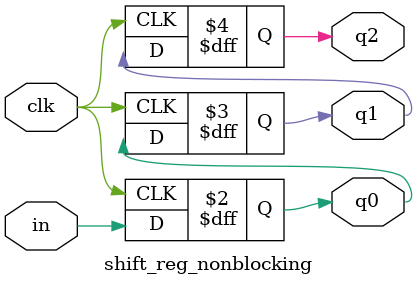
<source format=v>

module FFTricks (
  input CLK,
  input CLR_BAR,
  input SET, 
  output Q0,
  output Q1,
  output Q2  
);

// uncomment each flip flop to test and comment out the other

// Edge-triggered "flag"
flag_sync_set_1  edge_triggered_flag (.sync_set(CLK), .reset_bar(CLR_BAR), .q(Q0));

// Sticky flag
//flag_sync_set_2  sticky_flag (.clk(CLK), .sync_set(SET), .reset_bar(CLR_BAR), .q(Q0));

// Another sticky flag
//flag_sync_set_reset  another_sticky_flag (.sync_set(SET), .sync_clear(CLR_BAR), .q(Q0), .clk(CLK));

// Let's do it right: non-blocking version
//shift_reg_blocking sr_blocking (.clk(CLK), .in(SET), .q0(Q0), .q1(Q1), .q2(Q2));

// Let's do it wroing: blocking version
//shift_reg_nonblocking sr_nonblocking (.clk(CLK), .in(SET), .q0(Q0), .q1(Q1), .q2(Q2));



endmodule

//////////////////////////////////////////////////////////
module flag_sync_set_1 (
  input sync_set,
  input reset_bar,
  output reg q
);

  always @ (negedge reset_bar or posedge sync_set)
     
	 if  (~reset_bar)
	   q <= 0;
	 else
	   q <= 1;

endmodule


//////////////////////////////////////////////////////////
module flag_sync_set_2 (
  input clk,
  input sync_set,
  input reset_bar,
  output reg q
);

  always @ (negedge reset_bar or posedge clk)
     
	 if  (~reset_bar)
	   q <= 0;
	 else
	   q <= (q | sync_set);

endmodule

//////////////////////////////////////////////////////////
module flag_sync_set_reset (
  input sync_set,
  input sync_clear,
  output reg q,
  input clk
);

  always @ (posedge clk)
     
	 if  (sync_clear)
	   q <= 1'b0;
	 else
	   q <= (sync_set | q);

endmodule


///////////////////////////////////////////////////////////////
module shift_reg_blocking(
  input clk,
  input in,
  output reg q0,
  output reg q1,
  output reg q2
);

  always@(posedge clk)
  begin
    q0 = in;
    q1 = q0;
    q2 = q1;
  end
endmodule

///////////////////////////////////////////////////////////////
module shift_reg_nonblocking(
  input clk,
  input in,
  output reg q0,
  output reg q1,
  output reg q2
);

  always@(posedge clk)
  begin
    q0 <= in;
    q1 <= q0;
    q2 <= q1;
  end
endmodule


</source>
